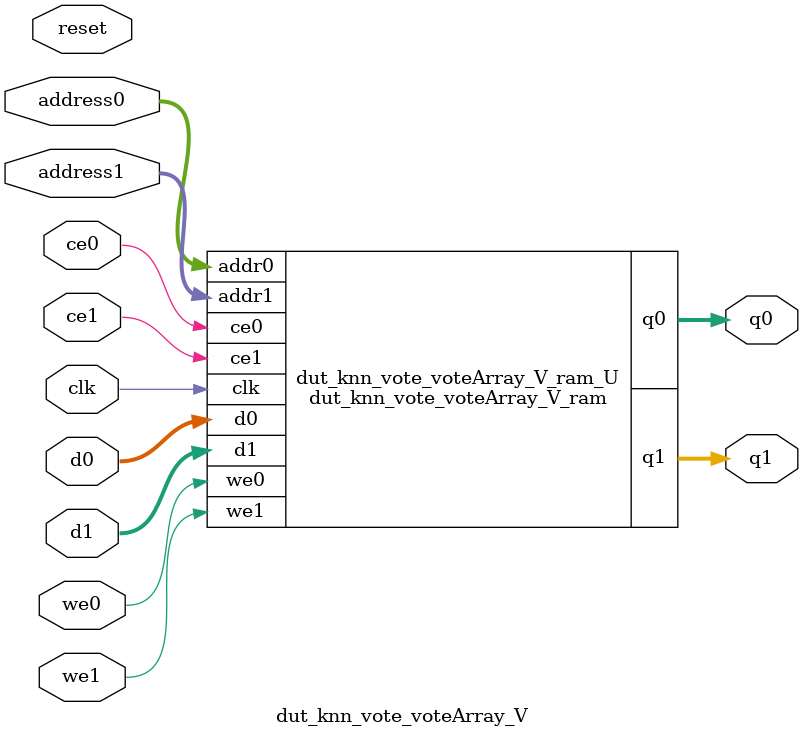
<source format=v>

`timescale 1 ns / 1 ps
module dut_knn_vote_voteArray_V_ram (addr0, ce0, d0, we0, q0, addr1, ce1, d1, we1, q1,  clk);

parameter DWIDTH = 6;
parameter AWIDTH = 4;
parameter MEM_SIZE = 10;

input[AWIDTH-1:0] addr0;
input ce0;
input[DWIDTH-1:0] d0;
input we0;
output reg[DWIDTH-1:0] q0;
input[AWIDTH-1:0] addr1;
input ce1;
input[DWIDTH-1:0] d1;
input we1;
output reg[DWIDTH-1:0] q1;
input clk;

(* ram_style = "block" *)reg [DWIDTH-1:0] ram[MEM_SIZE-1:0];




always @(posedge clk)  
begin 
    if (ce0) 
    begin
        if (we0) 
        begin 
            ram[addr0] <= d0; 
            q0 <= d0;
        end 
        else 
            q0 <= ram[addr0];
    end
end


always @(posedge clk)  
begin 
    if (ce1) 
    begin
        if (we1) 
        begin 
            ram[addr1] <= d1; 
            q1 <= d1;
        end 
        else 
            q1 <= ram[addr1];
    end
end


endmodule


`timescale 1 ns / 1 ps
module dut_knn_vote_voteArray_V(
    reset,
    clk,
    address0,
    ce0,
    we0,
    d0,
    q0,
    address1,
    ce1,
    we1,
    d1,
    q1);

parameter DataWidth = 32'd6;
parameter AddressRange = 32'd10;
parameter AddressWidth = 32'd4;
input reset;
input clk;
input[AddressWidth - 1:0] address0;
input ce0;
input we0;
input[DataWidth - 1:0] d0;
output[DataWidth - 1:0] q0;
input[AddressWidth - 1:0] address1;
input ce1;
input we1;
input[DataWidth - 1:0] d1;
output[DataWidth - 1:0] q1;



dut_knn_vote_voteArray_V_ram dut_knn_vote_voteArray_V_ram_U(
    .clk( clk ),
    .addr0( address0 ),
    .ce0( ce0 ),
    .d0( d0 ),
    .we0( we0 ),
    .q0( q0 ),
    .addr1( address1 ),
    .ce1( ce1 ),
    .d1( d1 ),
    .we1( we1 ),
    .q1( q1 ));

endmodule


</source>
